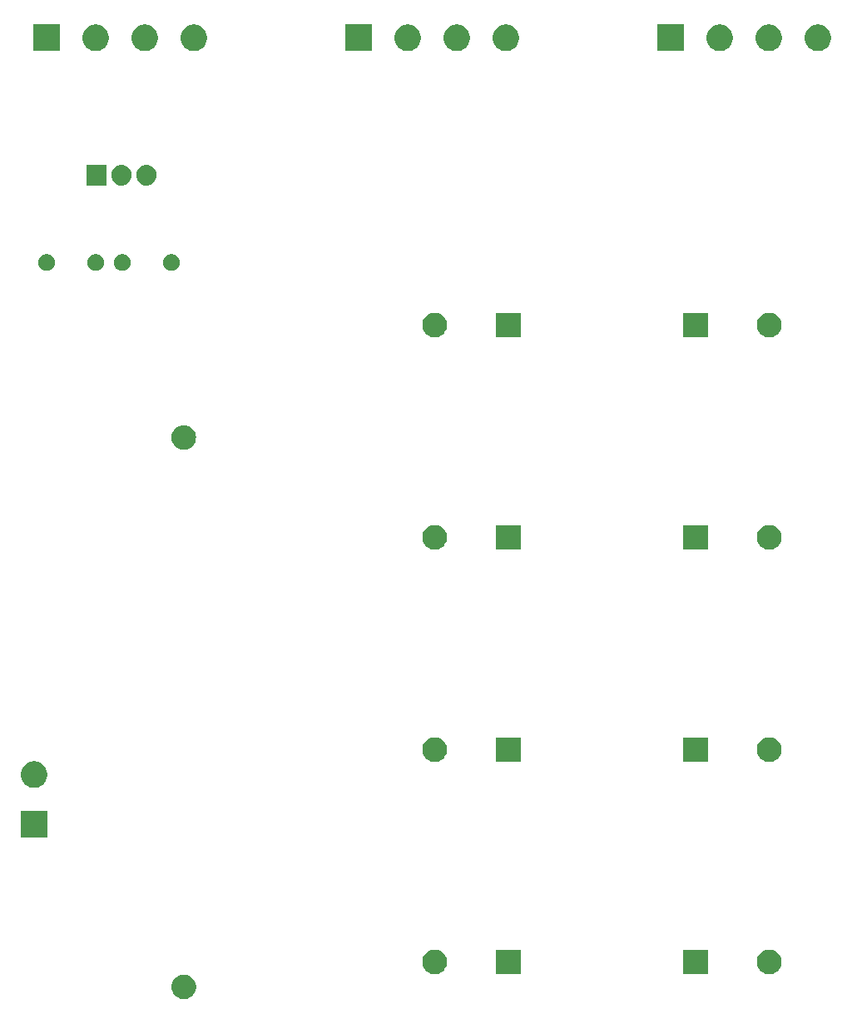
<source format=gbr>
G04 #@! TF.GenerationSoftware,KiCad,Pcbnew,(5.0.2)-1*
G04 #@! TF.CreationDate,2019-07-23T23:18:17+02:00*
G04 #@! TF.ProjectId,Cern2,4365726e-322e-46b6-9963-61645f706362,rev?*
G04 #@! TF.SameCoordinates,Original*
G04 #@! TF.FileFunction,Soldermask,Top*
G04 #@! TF.FilePolarity,Negative*
%FSLAX46Y46*%
G04 Gerber Fmt 4.6, Leading zero omitted, Abs format (unit mm)*
G04 Created by KiCad (PCBNEW (5.0.2)-1) date 23/07/2019 23:18:17*
%MOMM*%
%LPD*%
G01*
G04 APERTURE LIST*
%ADD10C,0.100000*%
G04 APERTURE END LIST*
D10*
G36*
X120833635Y-137191019D02*
X121014903Y-137227075D01*
X121242571Y-137321378D01*
X121446542Y-137457668D01*
X121447469Y-137458287D01*
X121621713Y-137632531D01*
X121621715Y-137632534D01*
X121758622Y-137837429D01*
X121852925Y-138065097D01*
X121901000Y-138306787D01*
X121901000Y-138553213D01*
X121852925Y-138794903D01*
X121758622Y-139022571D01*
X121622332Y-139226542D01*
X121621713Y-139227469D01*
X121447469Y-139401713D01*
X121447466Y-139401715D01*
X121242571Y-139538622D01*
X121014903Y-139632925D01*
X120833636Y-139668981D01*
X120773214Y-139681000D01*
X120526786Y-139681000D01*
X120466364Y-139668981D01*
X120285097Y-139632925D01*
X120057429Y-139538622D01*
X119852534Y-139401715D01*
X119852531Y-139401713D01*
X119678287Y-139227469D01*
X119677668Y-139226542D01*
X119541378Y-139022571D01*
X119447075Y-138794903D01*
X119399000Y-138553213D01*
X119399000Y-138306787D01*
X119447075Y-138065097D01*
X119541378Y-137837429D01*
X119678285Y-137632534D01*
X119678287Y-137632531D01*
X119852531Y-137458287D01*
X119853458Y-137457668D01*
X120057429Y-137321378D01*
X120285097Y-137227075D01*
X120466365Y-137191019D01*
X120526786Y-137179000D01*
X120773214Y-137179000D01*
X120833635Y-137191019D01*
X120833635Y-137191019D01*
G37*
G36*
X180403636Y-134651019D02*
X180584903Y-134687075D01*
X180812571Y-134781378D01*
X181016542Y-134917668D01*
X181017469Y-134918287D01*
X181191713Y-135092531D01*
X181191715Y-135092534D01*
X181328622Y-135297429D01*
X181422925Y-135525097D01*
X181471000Y-135766787D01*
X181471000Y-136013213D01*
X181422925Y-136254903D01*
X181328622Y-136482571D01*
X181192332Y-136686542D01*
X181191713Y-136687469D01*
X181017469Y-136861713D01*
X181017466Y-136861715D01*
X180812571Y-136998622D01*
X180584903Y-137092925D01*
X180403636Y-137128981D01*
X180343214Y-137141000D01*
X180096786Y-137141000D01*
X180036364Y-137128981D01*
X179855097Y-137092925D01*
X179627429Y-136998622D01*
X179422534Y-136861715D01*
X179422531Y-136861713D01*
X179248287Y-136687469D01*
X179247668Y-136686542D01*
X179111378Y-136482571D01*
X179017075Y-136254903D01*
X178969000Y-136013213D01*
X178969000Y-135766787D01*
X179017075Y-135525097D01*
X179111378Y-135297429D01*
X179248285Y-135092534D01*
X179248287Y-135092531D01*
X179422531Y-134918287D01*
X179423458Y-134917668D01*
X179627429Y-134781378D01*
X179855097Y-134687075D01*
X180036364Y-134651019D01*
X180096786Y-134639000D01*
X180343214Y-134639000D01*
X180403636Y-134651019D01*
X180403636Y-134651019D01*
G37*
G36*
X173971000Y-137141000D02*
X171469000Y-137141000D01*
X171469000Y-134639000D01*
X173971000Y-134639000D01*
X173971000Y-137141000D01*
X173971000Y-137141000D01*
G37*
G36*
X154921000Y-137141000D02*
X152419000Y-137141000D01*
X152419000Y-134639000D01*
X154921000Y-134639000D01*
X154921000Y-137141000D01*
X154921000Y-137141000D01*
G37*
G36*
X146353636Y-134651019D02*
X146534903Y-134687075D01*
X146762571Y-134781378D01*
X146966542Y-134917668D01*
X146967469Y-134918287D01*
X147141713Y-135092531D01*
X147141715Y-135092534D01*
X147278622Y-135297429D01*
X147372925Y-135525097D01*
X147421000Y-135766787D01*
X147421000Y-136013213D01*
X147372925Y-136254903D01*
X147278622Y-136482571D01*
X147142332Y-136686542D01*
X147141713Y-136687469D01*
X146967469Y-136861713D01*
X146967466Y-136861715D01*
X146762571Y-136998622D01*
X146534903Y-137092925D01*
X146353636Y-137128981D01*
X146293214Y-137141000D01*
X146046786Y-137141000D01*
X145986364Y-137128981D01*
X145805097Y-137092925D01*
X145577429Y-136998622D01*
X145372534Y-136861715D01*
X145372531Y-136861713D01*
X145198287Y-136687469D01*
X145197668Y-136686542D01*
X145061378Y-136482571D01*
X144967075Y-136254903D01*
X144919000Y-136013213D01*
X144919000Y-135766787D01*
X144967075Y-135525097D01*
X145061378Y-135297429D01*
X145198285Y-135092534D01*
X145198287Y-135092531D01*
X145372531Y-134918287D01*
X145373458Y-134917668D01*
X145577429Y-134781378D01*
X145805097Y-134687075D01*
X145986364Y-134651019D01*
X146046786Y-134639000D01*
X146293214Y-134639000D01*
X146353636Y-134651019D01*
X146353636Y-134651019D01*
G37*
G36*
X106761000Y-123271000D02*
X104059000Y-123271000D01*
X104059000Y-120569000D01*
X106761000Y-120569000D01*
X106761000Y-123271000D01*
X106761000Y-123271000D01*
G37*
G36*
X105613068Y-115502925D02*
X105804072Y-115540918D01*
X106049939Y-115642759D01*
X106270464Y-115790110D01*
X106271215Y-115790612D01*
X106459388Y-115978785D01*
X106459390Y-115978788D01*
X106607241Y-116200061D01*
X106709082Y-116445928D01*
X106761000Y-116706938D01*
X106761000Y-116973062D01*
X106709082Y-117234072D01*
X106607241Y-117479939D01*
X106459890Y-117700464D01*
X106459388Y-117701215D01*
X106271215Y-117889388D01*
X106271212Y-117889390D01*
X106049939Y-118037241D01*
X105804072Y-118139082D01*
X105673567Y-118165041D01*
X105543063Y-118191000D01*
X105276937Y-118191000D01*
X105146433Y-118165041D01*
X105015928Y-118139082D01*
X104770061Y-118037241D01*
X104548788Y-117889390D01*
X104548785Y-117889388D01*
X104360612Y-117701215D01*
X104360110Y-117700464D01*
X104212759Y-117479939D01*
X104110918Y-117234072D01*
X104059000Y-116973062D01*
X104059000Y-116706938D01*
X104110918Y-116445928D01*
X104212759Y-116200061D01*
X104360610Y-115978788D01*
X104360612Y-115978785D01*
X104548785Y-115790612D01*
X104549536Y-115790110D01*
X104770061Y-115642759D01*
X105015928Y-115540918D01*
X105206932Y-115502925D01*
X105276937Y-115489000D01*
X105543063Y-115489000D01*
X105613068Y-115502925D01*
X105613068Y-115502925D01*
G37*
G36*
X154921000Y-115551000D02*
X152419000Y-115551000D01*
X152419000Y-113049000D01*
X154921000Y-113049000D01*
X154921000Y-115551000D01*
X154921000Y-115551000D01*
G37*
G36*
X146353636Y-113061019D02*
X146534903Y-113097075D01*
X146762571Y-113191378D01*
X146966542Y-113327668D01*
X146967469Y-113328287D01*
X147141713Y-113502531D01*
X147141715Y-113502534D01*
X147278622Y-113707429D01*
X147372925Y-113935097D01*
X147421000Y-114176787D01*
X147421000Y-114423213D01*
X147372925Y-114664903D01*
X147278622Y-114892571D01*
X147142332Y-115096542D01*
X147141713Y-115097469D01*
X146967469Y-115271713D01*
X146967466Y-115271715D01*
X146762571Y-115408622D01*
X146534903Y-115502925D01*
X146353636Y-115538981D01*
X146293214Y-115551000D01*
X146046786Y-115551000D01*
X145986364Y-115538981D01*
X145805097Y-115502925D01*
X145577429Y-115408622D01*
X145372534Y-115271715D01*
X145372531Y-115271713D01*
X145198287Y-115097469D01*
X145197668Y-115096542D01*
X145061378Y-114892571D01*
X144967075Y-114664903D01*
X144919000Y-114423213D01*
X144919000Y-114176787D01*
X144967075Y-113935097D01*
X145061378Y-113707429D01*
X145198285Y-113502534D01*
X145198287Y-113502531D01*
X145372531Y-113328287D01*
X145373458Y-113327668D01*
X145577429Y-113191378D01*
X145805097Y-113097075D01*
X145986364Y-113061019D01*
X146046786Y-113049000D01*
X146293214Y-113049000D01*
X146353636Y-113061019D01*
X146353636Y-113061019D01*
G37*
G36*
X173971000Y-115551000D02*
X171469000Y-115551000D01*
X171469000Y-113049000D01*
X173971000Y-113049000D01*
X173971000Y-115551000D01*
X173971000Y-115551000D01*
G37*
G36*
X180403636Y-113061019D02*
X180584903Y-113097075D01*
X180812571Y-113191378D01*
X181016542Y-113327668D01*
X181017469Y-113328287D01*
X181191713Y-113502531D01*
X181191715Y-113502534D01*
X181328622Y-113707429D01*
X181422925Y-113935097D01*
X181471000Y-114176787D01*
X181471000Y-114423213D01*
X181422925Y-114664903D01*
X181328622Y-114892571D01*
X181192332Y-115096542D01*
X181191713Y-115097469D01*
X181017469Y-115271713D01*
X181017466Y-115271715D01*
X180812571Y-115408622D01*
X180584903Y-115502925D01*
X180403636Y-115538981D01*
X180343214Y-115551000D01*
X180096786Y-115551000D01*
X180036364Y-115538981D01*
X179855097Y-115502925D01*
X179627429Y-115408622D01*
X179422534Y-115271715D01*
X179422531Y-115271713D01*
X179248287Y-115097469D01*
X179247668Y-115096542D01*
X179111378Y-114892571D01*
X179017075Y-114664903D01*
X178969000Y-114423213D01*
X178969000Y-114176787D01*
X179017075Y-113935097D01*
X179111378Y-113707429D01*
X179248285Y-113502534D01*
X179248287Y-113502531D01*
X179422531Y-113328287D01*
X179423458Y-113327668D01*
X179627429Y-113191378D01*
X179855097Y-113097075D01*
X180036364Y-113061019D01*
X180096786Y-113049000D01*
X180343214Y-113049000D01*
X180403636Y-113061019D01*
X180403636Y-113061019D01*
G37*
G36*
X173971000Y-93961000D02*
X171469000Y-93961000D01*
X171469000Y-91459000D01*
X173971000Y-91459000D01*
X173971000Y-93961000D01*
X173971000Y-93961000D01*
G37*
G36*
X180403635Y-91471019D02*
X180584903Y-91507075D01*
X180812571Y-91601378D01*
X181016542Y-91737668D01*
X181017469Y-91738287D01*
X181191713Y-91912531D01*
X181191715Y-91912534D01*
X181328622Y-92117429D01*
X181422925Y-92345097D01*
X181471000Y-92586787D01*
X181471000Y-92833213D01*
X181422925Y-93074903D01*
X181328622Y-93302571D01*
X181192332Y-93506542D01*
X181191713Y-93507469D01*
X181017469Y-93681713D01*
X181017466Y-93681715D01*
X180812571Y-93818622D01*
X180584903Y-93912925D01*
X180403635Y-93948981D01*
X180343214Y-93961000D01*
X180096786Y-93961000D01*
X180036365Y-93948981D01*
X179855097Y-93912925D01*
X179627429Y-93818622D01*
X179422534Y-93681715D01*
X179422531Y-93681713D01*
X179248287Y-93507469D01*
X179247668Y-93506542D01*
X179111378Y-93302571D01*
X179017075Y-93074903D01*
X178969000Y-92833213D01*
X178969000Y-92586787D01*
X179017075Y-92345097D01*
X179111378Y-92117429D01*
X179248285Y-91912534D01*
X179248287Y-91912531D01*
X179422531Y-91738287D01*
X179423458Y-91737668D01*
X179627429Y-91601378D01*
X179855097Y-91507075D01*
X180036365Y-91471019D01*
X180096786Y-91459000D01*
X180343214Y-91459000D01*
X180403635Y-91471019D01*
X180403635Y-91471019D01*
G37*
G36*
X154921000Y-93961000D02*
X152419000Y-93961000D01*
X152419000Y-91459000D01*
X154921000Y-91459000D01*
X154921000Y-93961000D01*
X154921000Y-93961000D01*
G37*
G36*
X146353635Y-91471019D02*
X146534903Y-91507075D01*
X146762571Y-91601378D01*
X146966542Y-91737668D01*
X146967469Y-91738287D01*
X147141713Y-91912531D01*
X147141715Y-91912534D01*
X147278622Y-92117429D01*
X147372925Y-92345097D01*
X147421000Y-92586787D01*
X147421000Y-92833213D01*
X147372925Y-93074903D01*
X147278622Y-93302571D01*
X147142332Y-93506542D01*
X147141713Y-93507469D01*
X146967469Y-93681713D01*
X146967466Y-93681715D01*
X146762571Y-93818622D01*
X146534903Y-93912925D01*
X146353635Y-93948981D01*
X146293214Y-93961000D01*
X146046786Y-93961000D01*
X145986365Y-93948981D01*
X145805097Y-93912925D01*
X145577429Y-93818622D01*
X145372534Y-93681715D01*
X145372531Y-93681713D01*
X145198287Y-93507469D01*
X145197668Y-93506542D01*
X145061378Y-93302571D01*
X144967075Y-93074903D01*
X144919000Y-92833213D01*
X144919000Y-92586787D01*
X144967075Y-92345097D01*
X145061378Y-92117429D01*
X145198285Y-91912534D01*
X145198287Y-91912531D01*
X145372531Y-91738287D01*
X145373458Y-91737668D01*
X145577429Y-91601378D01*
X145805097Y-91507075D01*
X145986365Y-91471019D01*
X146046786Y-91459000D01*
X146293214Y-91459000D01*
X146353635Y-91471019D01*
X146353635Y-91471019D01*
G37*
G36*
X120895239Y-81317101D02*
X121131053Y-81388634D01*
X121348381Y-81504799D01*
X121538871Y-81661129D01*
X121695201Y-81851619D01*
X121811366Y-82068947D01*
X121882899Y-82304761D01*
X121907053Y-82550000D01*
X121882899Y-82795239D01*
X121811366Y-83031053D01*
X121695201Y-83248381D01*
X121538871Y-83438871D01*
X121348381Y-83595201D01*
X121131053Y-83711366D01*
X120895239Y-83782899D01*
X120711457Y-83801000D01*
X120588543Y-83801000D01*
X120404761Y-83782899D01*
X120168947Y-83711366D01*
X119951619Y-83595201D01*
X119761129Y-83438871D01*
X119604799Y-83248381D01*
X119488634Y-83031053D01*
X119417101Y-82795239D01*
X119392947Y-82550000D01*
X119417101Y-82304761D01*
X119488634Y-82068947D01*
X119604799Y-81851619D01*
X119761129Y-81661129D01*
X119951619Y-81504799D01*
X120168947Y-81388634D01*
X120404761Y-81317101D01*
X120588543Y-81299000D01*
X120711457Y-81299000D01*
X120895239Y-81317101D01*
X120895239Y-81317101D01*
G37*
G36*
X154921000Y-72371000D02*
X152419000Y-72371000D01*
X152419000Y-69869000D01*
X154921000Y-69869000D01*
X154921000Y-72371000D01*
X154921000Y-72371000D01*
G37*
G36*
X173971000Y-72371000D02*
X171469000Y-72371000D01*
X171469000Y-69869000D01*
X173971000Y-69869000D01*
X173971000Y-72371000D01*
X173971000Y-72371000D01*
G37*
G36*
X146353635Y-69881019D02*
X146534903Y-69917075D01*
X146762571Y-70011378D01*
X146966542Y-70147668D01*
X146967469Y-70148287D01*
X147141713Y-70322531D01*
X147141715Y-70322534D01*
X147278622Y-70527429D01*
X147372925Y-70755097D01*
X147421000Y-70996787D01*
X147421000Y-71243213D01*
X147372925Y-71484903D01*
X147278622Y-71712571D01*
X147142332Y-71916542D01*
X147141713Y-71917469D01*
X146967469Y-72091713D01*
X146967466Y-72091715D01*
X146762571Y-72228622D01*
X146534903Y-72322925D01*
X146353636Y-72358981D01*
X146293214Y-72371000D01*
X146046786Y-72371000D01*
X145986364Y-72358981D01*
X145805097Y-72322925D01*
X145577429Y-72228622D01*
X145372534Y-72091715D01*
X145372531Y-72091713D01*
X145198287Y-71917469D01*
X145197668Y-71916542D01*
X145061378Y-71712571D01*
X144967075Y-71484903D01*
X144919000Y-71243213D01*
X144919000Y-70996787D01*
X144967075Y-70755097D01*
X145061378Y-70527429D01*
X145198285Y-70322534D01*
X145198287Y-70322531D01*
X145372531Y-70148287D01*
X145373458Y-70147668D01*
X145577429Y-70011378D01*
X145805097Y-69917075D01*
X145986365Y-69881019D01*
X146046786Y-69869000D01*
X146293214Y-69869000D01*
X146353635Y-69881019D01*
X146353635Y-69881019D01*
G37*
G36*
X180403635Y-69881019D02*
X180584903Y-69917075D01*
X180812571Y-70011378D01*
X181016542Y-70147668D01*
X181017469Y-70148287D01*
X181191713Y-70322531D01*
X181191715Y-70322534D01*
X181328622Y-70527429D01*
X181422925Y-70755097D01*
X181471000Y-70996787D01*
X181471000Y-71243213D01*
X181422925Y-71484903D01*
X181328622Y-71712571D01*
X181192332Y-71916542D01*
X181191713Y-71917469D01*
X181017469Y-72091713D01*
X181017466Y-72091715D01*
X180812571Y-72228622D01*
X180584903Y-72322925D01*
X180403635Y-72358981D01*
X180343214Y-72371000D01*
X180096786Y-72371000D01*
X180036364Y-72358981D01*
X179855097Y-72322925D01*
X179627429Y-72228622D01*
X179422534Y-72091715D01*
X179422531Y-72091713D01*
X179248287Y-71917469D01*
X179247668Y-71916542D01*
X179111378Y-71712571D01*
X179017075Y-71484903D01*
X178969000Y-71243213D01*
X178969000Y-70996787D01*
X179017075Y-70755097D01*
X179111378Y-70527429D01*
X179248285Y-70322534D01*
X179248287Y-70322531D01*
X179422531Y-70148287D01*
X179423458Y-70147668D01*
X179627429Y-70011378D01*
X179855097Y-69917075D01*
X180036365Y-69881019D01*
X180096786Y-69869000D01*
X180343214Y-69869000D01*
X180403635Y-69881019D01*
X180403635Y-69881019D01*
G37*
G36*
X114628228Y-63951703D02*
X114783100Y-64015853D01*
X114922481Y-64108985D01*
X115041015Y-64227519D01*
X115134147Y-64366900D01*
X115198297Y-64521772D01*
X115231000Y-64686184D01*
X115231000Y-64853816D01*
X115198297Y-65018228D01*
X115134147Y-65173100D01*
X115041015Y-65312481D01*
X114922481Y-65431015D01*
X114783100Y-65524147D01*
X114628228Y-65588297D01*
X114463816Y-65621000D01*
X114296184Y-65621000D01*
X114131772Y-65588297D01*
X113976900Y-65524147D01*
X113837519Y-65431015D01*
X113718985Y-65312481D01*
X113625853Y-65173100D01*
X113561703Y-65018228D01*
X113529000Y-64853816D01*
X113529000Y-64686184D01*
X113561703Y-64521772D01*
X113625853Y-64366900D01*
X113718985Y-64227519D01*
X113837519Y-64108985D01*
X113976900Y-64015853D01*
X114131772Y-63951703D01*
X114296184Y-63919000D01*
X114463816Y-63919000D01*
X114628228Y-63951703D01*
X114628228Y-63951703D01*
G37*
G36*
X106928228Y-63951703D02*
X107083100Y-64015853D01*
X107222481Y-64108985D01*
X107341015Y-64227519D01*
X107434147Y-64366900D01*
X107498297Y-64521772D01*
X107531000Y-64686184D01*
X107531000Y-64853816D01*
X107498297Y-65018228D01*
X107434147Y-65173100D01*
X107341015Y-65312481D01*
X107222481Y-65431015D01*
X107083100Y-65524147D01*
X106928228Y-65588297D01*
X106763816Y-65621000D01*
X106596184Y-65621000D01*
X106431772Y-65588297D01*
X106276900Y-65524147D01*
X106137519Y-65431015D01*
X106018985Y-65312481D01*
X105925853Y-65173100D01*
X105861703Y-65018228D01*
X105829000Y-64853816D01*
X105829000Y-64686184D01*
X105861703Y-64521772D01*
X105925853Y-64366900D01*
X106018985Y-64227519D01*
X106137519Y-64108985D01*
X106276900Y-64015853D01*
X106431772Y-63951703D01*
X106596184Y-63919000D01*
X106763816Y-63919000D01*
X106928228Y-63951703D01*
X106928228Y-63951703D01*
G37*
G36*
X111928228Y-63951703D02*
X112083100Y-64015853D01*
X112222481Y-64108985D01*
X112341015Y-64227519D01*
X112434147Y-64366900D01*
X112498297Y-64521772D01*
X112531000Y-64686184D01*
X112531000Y-64853816D01*
X112498297Y-65018228D01*
X112434147Y-65173100D01*
X112341015Y-65312481D01*
X112222481Y-65431015D01*
X112083100Y-65524147D01*
X111928228Y-65588297D01*
X111763816Y-65621000D01*
X111596184Y-65621000D01*
X111431772Y-65588297D01*
X111276900Y-65524147D01*
X111137519Y-65431015D01*
X111018985Y-65312481D01*
X110925853Y-65173100D01*
X110861703Y-65018228D01*
X110829000Y-64853816D01*
X110829000Y-64686184D01*
X110861703Y-64521772D01*
X110925853Y-64366900D01*
X111018985Y-64227519D01*
X111137519Y-64108985D01*
X111276900Y-64015853D01*
X111431772Y-63951703D01*
X111596184Y-63919000D01*
X111763816Y-63919000D01*
X111928228Y-63951703D01*
X111928228Y-63951703D01*
G37*
G36*
X119628228Y-63951703D02*
X119783100Y-64015853D01*
X119922481Y-64108985D01*
X120041015Y-64227519D01*
X120134147Y-64366900D01*
X120198297Y-64521772D01*
X120231000Y-64686184D01*
X120231000Y-64853816D01*
X120198297Y-65018228D01*
X120134147Y-65173100D01*
X120041015Y-65312481D01*
X119922481Y-65431015D01*
X119783100Y-65524147D01*
X119628228Y-65588297D01*
X119463816Y-65621000D01*
X119296184Y-65621000D01*
X119131772Y-65588297D01*
X118976900Y-65524147D01*
X118837519Y-65431015D01*
X118718985Y-65312481D01*
X118625853Y-65173100D01*
X118561703Y-65018228D01*
X118529000Y-64853816D01*
X118529000Y-64686184D01*
X118561703Y-64521772D01*
X118625853Y-64366900D01*
X118718985Y-64227519D01*
X118837519Y-64108985D01*
X118976900Y-64015853D01*
X119131772Y-63951703D01*
X119296184Y-63919000D01*
X119463816Y-63919000D01*
X119628228Y-63951703D01*
X119628228Y-63951703D01*
G37*
G36*
X117036719Y-54843520D02*
X117225880Y-54900901D01*
X117400212Y-54994083D01*
X117553015Y-55119485D01*
X117678417Y-55272288D01*
X117771599Y-55446619D01*
X117828980Y-55635780D01*
X117843500Y-55783206D01*
X117843500Y-55976793D01*
X117828980Y-56124219D01*
X117771599Y-56313380D01*
X117678417Y-56487712D01*
X117553015Y-56640515D01*
X117400212Y-56765917D01*
X117225881Y-56859099D01*
X117036720Y-56916480D01*
X116840000Y-56935855D01*
X116643281Y-56916480D01*
X116454120Y-56859099D01*
X116279788Y-56765917D01*
X116126985Y-56640515D01*
X116001583Y-56487712D01*
X115908401Y-56313381D01*
X115851020Y-56124220D01*
X115836500Y-55976794D01*
X115836500Y-55783207D01*
X115851020Y-55635781D01*
X115908401Y-55446620D01*
X116001583Y-55272288D01*
X116126985Y-55119485D01*
X116279788Y-54994083D01*
X116454119Y-54900901D01*
X116643280Y-54843520D01*
X116840000Y-54824145D01*
X117036719Y-54843520D01*
X117036719Y-54843520D01*
G37*
G36*
X114496719Y-54843520D02*
X114685880Y-54900901D01*
X114860212Y-54994083D01*
X115013015Y-55119485D01*
X115138417Y-55272288D01*
X115231599Y-55446619D01*
X115288980Y-55635780D01*
X115303500Y-55783206D01*
X115303500Y-55976793D01*
X115288980Y-56124219D01*
X115231599Y-56313380D01*
X115138417Y-56487712D01*
X115013015Y-56640515D01*
X114860212Y-56765917D01*
X114685881Y-56859099D01*
X114496720Y-56916480D01*
X114300000Y-56935855D01*
X114103281Y-56916480D01*
X113914120Y-56859099D01*
X113739788Y-56765917D01*
X113586985Y-56640515D01*
X113461583Y-56487712D01*
X113368401Y-56313381D01*
X113311020Y-56124220D01*
X113296500Y-55976794D01*
X113296500Y-55783207D01*
X113311020Y-55635781D01*
X113368401Y-55446620D01*
X113461583Y-55272288D01*
X113586985Y-55119485D01*
X113739788Y-54994083D01*
X113914119Y-54900901D01*
X114103280Y-54843520D01*
X114300000Y-54824145D01*
X114496719Y-54843520D01*
X114496719Y-54843520D01*
G37*
G36*
X112763500Y-56931000D02*
X110756500Y-56931000D01*
X110756500Y-54829000D01*
X112763500Y-54829000D01*
X112763500Y-56931000D01*
X112763500Y-56931000D01*
G37*
G36*
X185443567Y-40584959D02*
X185574072Y-40610918D01*
X185819939Y-40712759D01*
X186040464Y-40860110D01*
X186041215Y-40860612D01*
X186229388Y-41048785D01*
X186229390Y-41048788D01*
X186377241Y-41270061D01*
X186479082Y-41515928D01*
X186531000Y-41776938D01*
X186531000Y-42043062D01*
X186479082Y-42304072D01*
X186377241Y-42549939D01*
X186229890Y-42770464D01*
X186229388Y-42771215D01*
X186041215Y-42959388D01*
X186041212Y-42959390D01*
X185819939Y-43107241D01*
X185574072Y-43209082D01*
X185443567Y-43235041D01*
X185313063Y-43261000D01*
X185046937Y-43261000D01*
X184916433Y-43235041D01*
X184785928Y-43209082D01*
X184540061Y-43107241D01*
X184318788Y-42959390D01*
X184318785Y-42959388D01*
X184130612Y-42771215D01*
X184130110Y-42770464D01*
X183982759Y-42549939D01*
X183880918Y-42304072D01*
X183829000Y-42043062D01*
X183829000Y-41776938D01*
X183880918Y-41515928D01*
X183982759Y-41270061D01*
X184130610Y-41048788D01*
X184130612Y-41048785D01*
X184318785Y-40860612D01*
X184319536Y-40860110D01*
X184540061Y-40712759D01*
X184785928Y-40610918D01*
X184916433Y-40584959D01*
X185046937Y-40559000D01*
X185313063Y-40559000D01*
X185443567Y-40584959D01*
X185443567Y-40584959D01*
G37*
G36*
X108031000Y-43261000D02*
X105329000Y-43261000D01*
X105329000Y-40559000D01*
X108031000Y-40559000D01*
X108031000Y-43261000D01*
X108031000Y-43261000D01*
G37*
G36*
X111943567Y-40584959D02*
X112074072Y-40610918D01*
X112319939Y-40712759D01*
X112540464Y-40860110D01*
X112541215Y-40860612D01*
X112729388Y-41048785D01*
X112729390Y-41048788D01*
X112877241Y-41270061D01*
X112979082Y-41515928D01*
X113031000Y-41776938D01*
X113031000Y-42043062D01*
X112979082Y-42304072D01*
X112877241Y-42549939D01*
X112729890Y-42770464D01*
X112729388Y-42771215D01*
X112541215Y-42959388D01*
X112541212Y-42959390D01*
X112319939Y-43107241D01*
X112074072Y-43209082D01*
X111943567Y-43235041D01*
X111813063Y-43261000D01*
X111546937Y-43261000D01*
X111416433Y-43235041D01*
X111285928Y-43209082D01*
X111040061Y-43107241D01*
X110818788Y-42959390D01*
X110818785Y-42959388D01*
X110630612Y-42771215D01*
X110630110Y-42770464D01*
X110482759Y-42549939D01*
X110380918Y-42304072D01*
X110329000Y-42043062D01*
X110329000Y-41776938D01*
X110380918Y-41515928D01*
X110482759Y-41270061D01*
X110630610Y-41048788D01*
X110630612Y-41048785D01*
X110818785Y-40860612D01*
X110819536Y-40860110D01*
X111040061Y-40712759D01*
X111285928Y-40610918D01*
X111416433Y-40584959D01*
X111546937Y-40559000D01*
X111813063Y-40559000D01*
X111943567Y-40584959D01*
X111943567Y-40584959D01*
G37*
G36*
X116943567Y-40584959D02*
X117074072Y-40610918D01*
X117319939Y-40712759D01*
X117540464Y-40860110D01*
X117541215Y-40860612D01*
X117729388Y-41048785D01*
X117729390Y-41048788D01*
X117877241Y-41270061D01*
X117979082Y-41515928D01*
X118031000Y-41776938D01*
X118031000Y-42043062D01*
X117979082Y-42304072D01*
X117877241Y-42549939D01*
X117729890Y-42770464D01*
X117729388Y-42771215D01*
X117541215Y-42959388D01*
X117541212Y-42959390D01*
X117319939Y-43107241D01*
X117074072Y-43209082D01*
X116943567Y-43235041D01*
X116813063Y-43261000D01*
X116546937Y-43261000D01*
X116416433Y-43235041D01*
X116285928Y-43209082D01*
X116040061Y-43107241D01*
X115818788Y-42959390D01*
X115818785Y-42959388D01*
X115630612Y-42771215D01*
X115630110Y-42770464D01*
X115482759Y-42549939D01*
X115380918Y-42304072D01*
X115329000Y-42043062D01*
X115329000Y-41776938D01*
X115380918Y-41515928D01*
X115482759Y-41270061D01*
X115630610Y-41048788D01*
X115630612Y-41048785D01*
X115818785Y-40860612D01*
X115819536Y-40860110D01*
X116040061Y-40712759D01*
X116285928Y-40610918D01*
X116416433Y-40584959D01*
X116546937Y-40559000D01*
X116813063Y-40559000D01*
X116943567Y-40584959D01*
X116943567Y-40584959D01*
G37*
G36*
X143693567Y-40584959D02*
X143824072Y-40610918D01*
X144069939Y-40712759D01*
X144290464Y-40860110D01*
X144291215Y-40860612D01*
X144479388Y-41048785D01*
X144479390Y-41048788D01*
X144627241Y-41270061D01*
X144729082Y-41515928D01*
X144781000Y-41776938D01*
X144781000Y-42043062D01*
X144729082Y-42304072D01*
X144627241Y-42549939D01*
X144479890Y-42770464D01*
X144479388Y-42771215D01*
X144291215Y-42959388D01*
X144291212Y-42959390D01*
X144069939Y-43107241D01*
X143824072Y-43209082D01*
X143693567Y-43235041D01*
X143563063Y-43261000D01*
X143296937Y-43261000D01*
X143166433Y-43235041D01*
X143035928Y-43209082D01*
X142790061Y-43107241D01*
X142568788Y-42959390D01*
X142568785Y-42959388D01*
X142380612Y-42771215D01*
X142380110Y-42770464D01*
X142232759Y-42549939D01*
X142130918Y-42304072D01*
X142079000Y-42043062D01*
X142079000Y-41776938D01*
X142130918Y-41515928D01*
X142232759Y-41270061D01*
X142380610Y-41048788D01*
X142380612Y-41048785D01*
X142568785Y-40860612D01*
X142569536Y-40860110D01*
X142790061Y-40712759D01*
X143035928Y-40610918D01*
X143166433Y-40584959D01*
X143296937Y-40559000D01*
X143563063Y-40559000D01*
X143693567Y-40584959D01*
X143693567Y-40584959D01*
G37*
G36*
X148693567Y-40584959D02*
X148824072Y-40610918D01*
X149069939Y-40712759D01*
X149290464Y-40860110D01*
X149291215Y-40860612D01*
X149479388Y-41048785D01*
X149479390Y-41048788D01*
X149627241Y-41270061D01*
X149729082Y-41515928D01*
X149781000Y-41776938D01*
X149781000Y-42043062D01*
X149729082Y-42304072D01*
X149627241Y-42549939D01*
X149479890Y-42770464D01*
X149479388Y-42771215D01*
X149291215Y-42959388D01*
X149291212Y-42959390D01*
X149069939Y-43107241D01*
X148824072Y-43209082D01*
X148693567Y-43235041D01*
X148563063Y-43261000D01*
X148296937Y-43261000D01*
X148166433Y-43235041D01*
X148035928Y-43209082D01*
X147790061Y-43107241D01*
X147568788Y-42959390D01*
X147568785Y-42959388D01*
X147380612Y-42771215D01*
X147380110Y-42770464D01*
X147232759Y-42549939D01*
X147130918Y-42304072D01*
X147079000Y-42043062D01*
X147079000Y-41776938D01*
X147130918Y-41515928D01*
X147232759Y-41270061D01*
X147380610Y-41048788D01*
X147380612Y-41048785D01*
X147568785Y-40860612D01*
X147569536Y-40860110D01*
X147790061Y-40712759D01*
X148035928Y-40610918D01*
X148166433Y-40584959D01*
X148296937Y-40559000D01*
X148563063Y-40559000D01*
X148693567Y-40584959D01*
X148693567Y-40584959D01*
G37*
G36*
X153693567Y-40584959D02*
X153824072Y-40610918D01*
X154069939Y-40712759D01*
X154290464Y-40860110D01*
X154291215Y-40860612D01*
X154479388Y-41048785D01*
X154479390Y-41048788D01*
X154627241Y-41270061D01*
X154729082Y-41515928D01*
X154781000Y-41776938D01*
X154781000Y-42043062D01*
X154729082Y-42304072D01*
X154627241Y-42549939D01*
X154479890Y-42770464D01*
X154479388Y-42771215D01*
X154291215Y-42959388D01*
X154291212Y-42959390D01*
X154069939Y-43107241D01*
X153824072Y-43209082D01*
X153693567Y-43235041D01*
X153563063Y-43261000D01*
X153296937Y-43261000D01*
X153166433Y-43235041D01*
X153035928Y-43209082D01*
X152790061Y-43107241D01*
X152568788Y-42959390D01*
X152568785Y-42959388D01*
X152380612Y-42771215D01*
X152380110Y-42770464D01*
X152232759Y-42549939D01*
X152130918Y-42304072D01*
X152079000Y-42043062D01*
X152079000Y-41776938D01*
X152130918Y-41515928D01*
X152232759Y-41270061D01*
X152380610Y-41048788D01*
X152380612Y-41048785D01*
X152568785Y-40860612D01*
X152569536Y-40860110D01*
X152790061Y-40712759D01*
X153035928Y-40610918D01*
X153166433Y-40584959D01*
X153296937Y-40559000D01*
X153563063Y-40559000D01*
X153693567Y-40584959D01*
X153693567Y-40584959D01*
G37*
G36*
X171531000Y-43261000D02*
X168829000Y-43261000D01*
X168829000Y-40559000D01*
X171531000Y-40559000D01*
X171531000Y-43261000D01*
X171531000Y-43261000D01*
G37*
G36*
X175443567Y-40584959D02*
X175574072Y-40610918D01*
X175819939Y-40712759D01*
X176040464Y-40860110D01*
X176041215Y-40860612D01*
X176229388Y-41048785D01*
X176229390Y-41048788D01*
X176377241Y-41270061D01*
X176479082Y-41515928D01*
X176531000Y-41776938D01*
X176531000Y-42043062D01*
X176479082Y-42304072D01*
X176377241Y-42549939D01*
X176229890Y-42770464D01*
X176229388Y-42771215D01*
X176041215Y-42959388D01*
X176041212Y-42959390D01*
X175819939Y-43107241D01*
X175574072Y-43209082D01*
X175443567Y-43235041D01*
X175313063Y-43261000D01*
X175046937Y-43261000D01*
X174916433Y-43235041D01*
X174785928Y-43209082D01*
X174540061Y-43107241D01*
X174318788Y-42959390D01*
X174318785Y-42959388D01*
X174130612Y-42771215D01*
X174130110Y-42770464D01*
X173982759Y-42549939D01*
X173880918Y-42304072D01*
X173829000Y-42043062D01*
X173829000Y-41776938D01*
X173880918Y-41515928D01*
X173982759Y-41270061D01*
X174130610Y-41048788D01*
X174130612Y-41048785D01*
X174318785Y-40860612D01*
X174319536Y-40860110D01*
X174540061Y-40712759D01*
X174785928Y-40610918D01*
X174916433Y-40584959D01*
X175046937Y-40559000D01*
X175313063Y-40559000D01*
X175443567Y-40584959D01*
X175443567Y-40584959D01*
G37*
G36*
X180443567Y-40584959D02*
X180574072Y-40610918D01*
X180819939Y-40712759D01*
X181040464Y-40860110D01*
X181041215Y-40860612D01*
X181229388Y-41048785D01*
X181229390Y-41048788D01*
X181377241Y-41270061D01*
X181479082Y-41515928D01*
X181531000Y-41776938D01*
X181531000Y-42043062D01*
X181479082Y-42304072D01*
X181377241Y-42549939D01*
X181229890Y-42770464D01*
X181229388Y-42771215D01*
X181041215Y-42959388D01*
X181041212Y-42959390D01*
X180819939Y-43107241D01*
X180574072Y-43209082D01*
X180443567Y-43235041D01*
X180313063Y-43261000D01*
X180046937Y-43261000D01*
X179916433Y-43235041D01*
X179785928Y-43209082D01*
X179540061Y-43107241D01*
X179318788Y-42959390D01*
X179318785Y-42959388D01*
X179130612Y-42771215D01*
X179130110Y-42770464D01*
X178982759Y-42549939D01*
X178880918Y-42304072D01*
X178829000Y-42043062D01*
X178829000Y-41776938D01*
X178880918Y-41515928D01*
X178982759Y-41270061D01*
X179130610Y-41048788D01*
X179130612Y-41048785D01*
X179318785Y-40860612D01*
X179319536Y-40860110D01*
X179540061Y-40712759D01*
X179785928Y-40610918D01*
X179916433Y-40584959D01*
X180046937Y-40559000D01*
X180313063Y-40559000D01*
X180443567Y-40584959D01*
X180443567Y-40584959D01*
G37*
G36*
X121943567Y-40584959D02*
X122074072Y-40610918D01*
X122319939Y-40712759D01*
X122540464Y-40860110D01*
X122541215Y-40860612D01*
X122729388Y-41048785D01*
X122729390Y-41048788D01*
X122877241Y-41270061D01*
X122979082Y-41515928D01*
X123031000Y-41776938D01*
X123031000Y-42043062D01*
X122979082Y-42304072D01*
X122877241Y-42549939D01*
X122729890Y-42770464D01*
X122729388Y-42771215D01*
X122541215Y-42959388D01*
X122541212Y-42959390D01*
X122319939Y-43107241D01*
X122074072Y-43209082D01*
X121943567Y-43235041D01*
X121813063Y-43261000D01*
X121546937Y-43261000D01*
X121416433Y-43235041D01*
X121285928Y-43209082D01*
X121040061Y-43107241D01*
X120818788Y-42959390D01*
X120818785Y-42959388D01*
X120630612Y-42771215D01*
X120630110Y-42770464D01*
X120482759Y-42549939D01*
X120380918Y-42304072D01*
X120329000Y-42043062D01*
X120329000Y-41776938D01*
X120380918Y-41515928D01*
X120482759Y-41270061D01*
X120630610Y-41048788D01*
X120630612Y-41048785D01*
X120818785Y-40860612D01*
X120819536Y-40860110D01*
X121040061Y-40712759D01*
X121285928Y-40610918D01*
X121416433Y-40584959D01*
X121546937Y-40559000D01*
X121813063Y-40559000D01*
X121943567Y-40584959D01*
X121943567Y-40584959D01*
G37*
G36*
X139781000Y-43261000D02*
X137079000Y-43261000D01*
X137079000Y-40559000D01*
X139781000Y-40559000D01*
X139781000Y-43261000D01*
X139781000Y-43261000D01*
G37*
M02*

</source>
